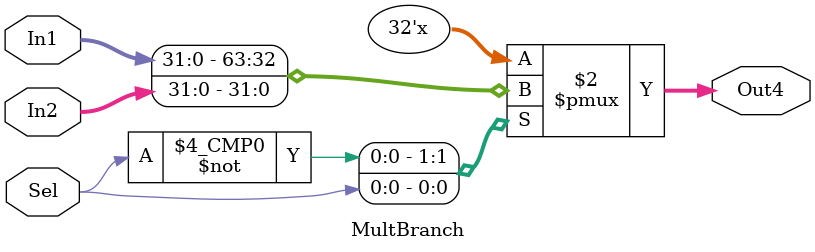
<source format=v>
module MultRegDst (In1,In2,Sel,Out1); //load9(0) and store(1)
    input [4:0] In1, In2; //four 32-bit inputs
    input Sel; //selector signal
    output reg [4:0] Out1;// 32-bit output
    always @(In1, In2, Sel) begin
        case (Sel)
            0: Out1 <= In1;
            1: Out1 <= In2;
        endcase
    end
endmodule

module MultALUSrc (In1,In2,Sel,Out2); //Imediato(1) e Registrador(0)
    input [31:0] In1, In2; //four 32-bit inputs
    input Sel; //selector signal
    output reg [31:0] Out2;// 32-bit output
    always @(In1, In2, Sel)
        case (Sel)
            0: Out2 <= In1;
            1: Out2 <= In2;
        endcase
endmodule

module MultMemtoReg (In1,In2,Sel,Out3); //Read(1) e Alu(0)
    input [31:0] In1, In2; //four 32-bit inputs
    input Sel; //selector signal
    output reg [31:0] Out3;// 32-bit output
    always @(In1, In2, Sel)
        case (Sel)
            1: Out3 <= In1;//0
            0: Out3 <= In2;//1
        endcase
endmodule

module MultBranch (In1,In2,Sel,Out4); //Branch(1) e Next(0)
    input [31:0] In1, In2; //four 32-bit inputs
    input Sel; //selector signal
    output reg [31:0] Out4;// Saída para proxima
    always @(In1, In2,  Sel)
        case (Sel)
            0: Out4 <= In1;
            1: Out4 <= In2;
        endcase
endmodule

</source>
